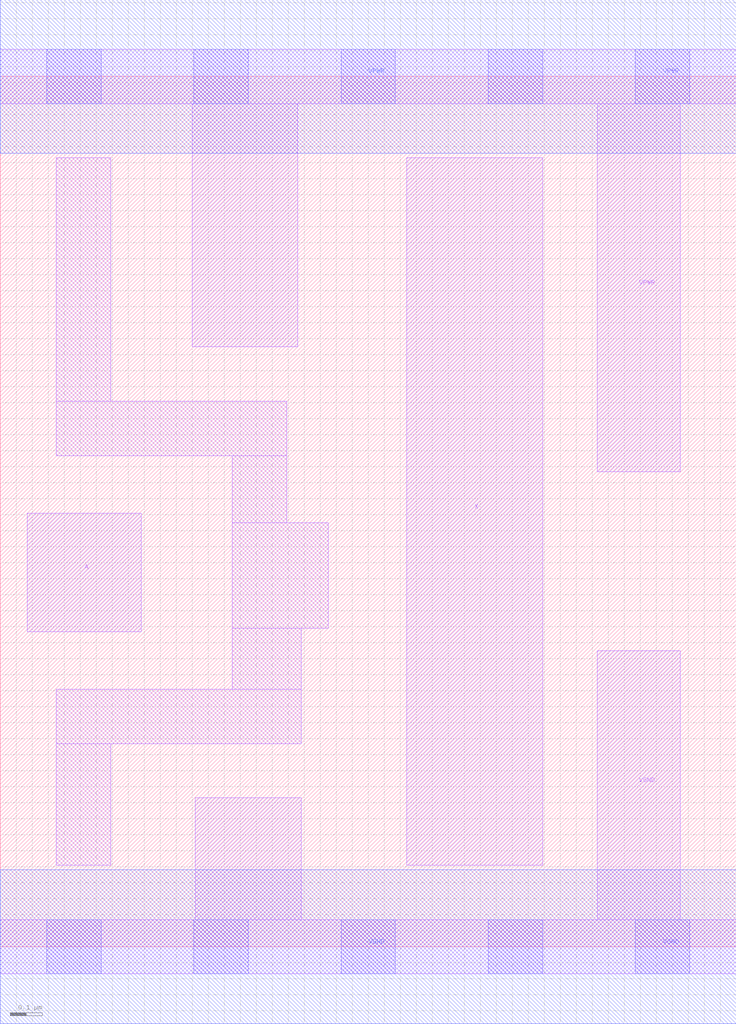
<source format=lef>
# Copyright 2020 The SkyWater PDK Authors
#
# Licensed under the Apache License, Version 2.0 (the "License");
# you may not use this file except in compliance with the License.
# You may obtain a copy of the License at
#
#     https://www.apache.org/licenses/LICENSE-2.0
#
# Unless required by applicable law or agreed to in writing, software
# distributed under the License is distributed on an "AS IS" BASIS,
# WITHOUT WARRANTIES OR CONDITIONS OF ANY KIND, either express or implied.
# See the License for the specific language governing permissions and
# limitations under the License.
#
# SPDX-License-Identifier: Apache-2.0

VERSION 5.7 ;
  NAMESCASESENSITIVE ON ;
  NOWIREEXTENSIONATPIN ON ;
  DIVIDERCHAR "/" ;
  BUSBITCHARS "[]" ;
UNITS
  DATABASE MICRONS 200 ;
END UNITS
PROPERTYDEFINITIONS
  MACRO maskLayoutSubType STRING ;
  MACRO prCellType STRING ;
  MACRO originalViewName STRING ;
END PROPERTYDEFINITIONS
MACRO sky130_fd_sc_hdll__buf_2
  CLASS CORE ;
  FOREIGN sky130_fd_sc_hdll__buf_2 ;
  ORIGIN  0.000000  0.000000 ;
  SIZE  2.300000 BY  2.720000 ;
  SYMMETRY X Y R90 ;
  SITE unithd ;
  PIN A
    ANTENNAGATEAREA  0.178200 ;
    DIRECTION INPUT ;
    USE SIGNAL ;
    PORT
      LAYER li1 ;
        RECT 0.085000 0.985000 0.440000 1.355000 ;
    END
  END A
  PIN X
    ANTENNADIFFAREA  0.703750 ;
    DIRECTION OUTPUT ;
    USE SIGNAL ;
    PORT
      LAYER li1 ;
        RECT 1.270000 0.255000 1.695000 2.465000 ;
    END
  END X
  PIN VGND
    DIRECTION INOUT ;
    USE GROUND ;
    PORT
      LAYER li1 ;
        RECT 0.000000 -0.085000 2.300000 0.085000 ;
        RECT 0.610000  0.085000 0.940000 0.465000 ;
        RECT 1.865000  0.085000 2.125000 0.925000 ;
      LAYER mcon ;
        RECT 0.145000 -0.085000 0.315000 0.085000 ;
        RECT 0.605000 -0.085000 0.775000 0.085000 ;
        RECT 1.065000 -0.085000 1.235000 0.085000 ;
        RECT 1.525000 -0.085000 1.695000 0.085000 ;
        RECT 1.985000 -0.085000 2.155000 0.085000 ;
      LAYER met1 ;
        RECT 0.000000 -0.240000 2.300000 0.240000 ;
    END
  END VGND
  PIN VPWR
    DIRECTION INOUT ;
    USE POWER ;
    PORT
      LAYER li1 ;
        RECT 0.000000 2.635000 2.300000 2.805000 ;
        RECT 0.600000 1.875000 0.930000 2.635000 ;
        RECT 1.865000 1.485000 2.125000 2.635000 ;
      LAYER mcon ;
        RECT 0.145000 2.635000 0.315000 2.805000 ;
        RECT 0.605000 2.635000 0.775000 2.805000 ;
        RECT 1.065000 2.635000 1.235000 2.805000 ;
        RECT 1.525000 2.635000 1.695000 2.805000 ;
        RECT 1.985000 2.635000 2.155000 2.805000 ;
      LAYER met1 ;
        RECT 0.000000 2.480000 2.300000 2.960000 ;
    END
  END VPWR
  OBS
    LAYER li1 ;
      RECT 0.175000 0.255000 0.345000 0.635000 ;
      RECT 0.175000 0.635000 0.940000 0.805000 ;
      RECT 0.175000 1.535000 0.895000 1.705000 ;
      RECT 0.175000 1.705000 0.345000 2.465000 ;
      RECT 0.725000 0.805000 0.940000 0.995000 ;
      RECT 0.725000 0.995000 1.025000 1.325000 ;
      RECT 0.725000 1.325000 0.895000 1.535000 ;
  END
  PROPERTY maskLayoutSubType "abstract" ;
  PROPERTY prCellType "standard" ;
  PROPERTY originalViewName "layout" ;
END sky130_fd_sc_hdll__buf_2

</source>
